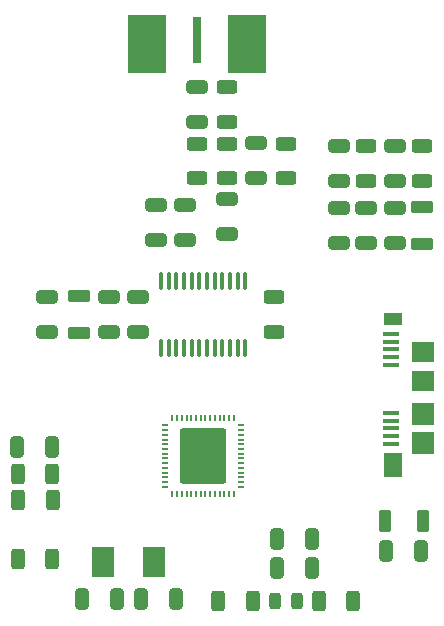
<source format=gbr>
%TF.GenerationSoftware,KiCad,Pcbnew,8.0.3-8.0.3-0~ubuntu22.04.1*%
%TF.CreationDate,2025-01-19T16:45:59+01:00*%
%TF.ProjectId,FT600_RP2040,46543630-305f-4525-9032-3034302e6b69,rev?*%
%TF.SameCoordinates,PX7735940PY61c06a0*%
%TF.FileFunction,Paste,Top*%
%TF.FilePolarity,Positive*%
%FSLAX46Y46*%
G04 Gerber Fmt 4.6, Leading zero omitted, Abs format (unit mm)*
G04 Created by KiCad (PCBNEW 8.0.3-8.0.3-0~ubuntu22.04.1) date 2025-01-19 16:45:59*
%MOMM*%
%LPD*%
G01*
G04 APERTURE LIST*
G04 Aperture macros list*
%AMRoundRect*
0 Rectangle with rounded corners*
0 $1 Rounding radius*
0 $2 $3 $4 $5 $6 $7 $8 $9 X,Y pos of 4 corners*
0 Add a 4 corners polygon primitive as box body*
4,1,4,$2,$3,$4,$5,$6,$7,$8,$9,$2,$3,0*
0 Add four circle primitives for the rounded corners*
1,1,$1+$1,$2,$3*
1,1,$1+$1,$4,$5*
1,1,$1+$1,$6,$7*
1,1,$1+$1,$8,$9*
0 Add four rect primitives between the rounded corners*
20,1,$1+$1,$2,$3,$4,$5,0*
20,1,$1+$1,$4,$5,$6,$7,0*
20,1,$1+$1,$6,$7,$8,$9,0*
20,1,$1+$1,$8,$9,$2,$3,0*%
G04 Aperture macros list end*
%ADD10RoundRect,0.250000X0.325000X0.650000X-0.325000X0.650000X-0.325000X-0.650000X0.325000X-0.650000X0*%
%ADD11R,1.350000X0.400000*%
%ADD12R,1.900000X1.900000*%
%ADD13R,1.900000X1.800000*%
%ADD14R,1.600000X1.000000*%
%ADD15R,1.600000X2.100000*%
%ADD16RoundRect,0.243750X-0.243750X-0.456250X0.243750X-0.456250X0.243750X0.456250X-0.243750X0.456250X0*%
%ADD17RoundRect,0.250000X-0.312500X-0.625000X0.312500X-0.625000X0.312500X0.625000X-0.312500X0.625000X0*%
%ADD18RoundRect,0.250000X0.312500X0.625000X-0.312500X0.625000X-0.312500X-0.625000X0.312500X-0.625000X0*%
%ADD19R,1.900000X2.600000*%
%ADD20RoundRect,0.250000X0.625000X-0.312500X0.625000X0.312500X-0.625000X0.312500X-0.625000X-0.312500X0*%
%ADD21RoundRect,0.250000X0.650000X-0.325000X0.650000X0.325000X-0.650000X0.325000X-0.650000X-0.325000X0*%
%ADD22R,0.700000X4.000000*%
%ADD23R,3.200000X4.900000*%
%ADD24RoundRect,0.093750X-0.156250X-0.031250X0.156250X-0.031250X0.156250X0.031250X-0.156250X0.031250X0*%
%ADD25RoundRect,0.093750X0.031250X-0.156250X0.031250X0.156250X-0.031250X0.156250X-0.031250X-0.156250X0*%
%ADD26RoundRect,0.093750X0.156250X0.031250X-0.156250X0.031250X-0.156250X-0.031250X0.156250X-0.031250X0*%
%ADD27RoundRect,0.093750X-0.031250X0.156250X-0.031250X-0.156250X0.031250X-0.156250X0.031250X0.156250X0*%
%ADD28RoundRect,0.195000X-1.755000X-2.155000X1.755000X-2.155000X1.755000X2.155000X-1.755000X2.155000X0*%
%ADD29RoundRect,0.250000X-0.275000X-0.700000X0.275000X-0.700000X0.275000X0.700000X-0.275000X0.700000X0*%
%ADD30RoundRect,0.250000X-0.325000X-0.650000X0.325000X-0.650000X0.325000X0.650000X-0.325000X0.650000X0*%
%ADD31RoundRect,0.100000X-0.100000X0.637500X-0.100000X-0.637500X0.100000X-0.637500X0.100000X0.637500X0*%
%ADD32RoundRect,0.250000X0.700000X-0.275000X0.700000X0.275000X-0.700000X0.275000X-0.700000X-0.275000X0*%
%ADD33RoundRect,0.250000X-0.625000X0.312500X-0.625000X-0.312500X0.625000X-0.312500X0.625000X0.312500X0*%
%ADD34RoundRect,0.250000X-0.650000X0.325000X-0.650000X-0.325000X0.650000X-0.325000X0.650000X0.325000X0*%
%ADD35RoundRect,0.250000X-0.700000X0.275000X-0.700000X-0.275000X0.700000X-0.275000X0.700000X0.275000X0*%
G04 APERTURE END LIST*
D10*
%TO.C,C5*%
X51975000Y17000000D03*
X49025000Y17000000D03*
%TD*%
D11*
%TO.C,J8*%
X80675000Y17285000D03*
X80675000Y17935000D03*
X80675000Y18585000D03*
X80675000Y19235000D03*
X80675000Y19885000D03*
X80675000Y23985000D03*
X80675000Y24635000D03*
X80675000Y25285000D03*
X80675000Y25935000D03*
X80675000Y26585000D03*
D12*
X83350000Y17385000D03*
X83350000Y19785000D03*
D13*
X83350000Y22585000D03*
X83350000Y25085000D03*
D14*
X80800000Y27835000D03*
D15*
X80800000Y15485000D03*
%TD*%
D16*
%TO.C,D1*%
X70812500Y4000000D03*
X72687500Y4000000D03*
%TD*%
D17*
%TO.C,R12*%
X74537500Y4000000D03*
X77462500Y4000000D03*
%TD*%
D10*
%TO.C,C13*%
X57450000Y4125000D03*
X54500000Y4125000D03*
%TD*%
D18*
%TO.C,R10*%
X52000000Y12500000D03*
X49075000Y12500000D03*
%TD*%
D19*
%TO.C,Y1*%
X56250000Y7300000D03*
X60550000Y7300000D03*
%TD*%
D20*
%TO.C,R1*%
X66750000Y44537500D03*
X66750000Y47462500D03*
%TD*%
D18*
%TO.C,R11*%
X51962500Y7500000D03*
X49037500Y7500000D03*
%TD*%
D20*
%TO.C,R4*%
X66750000Y39787500D03*
X66750000Y42712500D03*
%TD*%
D21*
%TO.C,C9*%
X59250000Y26775000D03*
X59250000Y29725000D03*
%TD*%
%TO.C,C12*%
X60750000Y34525000D03*
X60750000Y37475000D03*
%TD*%
D22*
%TO.C,J7*%
X64250000Y51500000D03*
D23*
X68500000Y51175000D03*
X60000000Y51175000D03*
%TD*%
D20*
%TO.C,R7*%
X70750000Y26787500D03*
X70750000Y29712500D03*
%TD*%
D24*
%TO.C,U2*%
X61500000Y18850000D03*
X61500000Y18450000D03*
X61500000Y18050000D03*
X61500000Y17650000D03*
X61500000Y17250000D03*
X61500000Y16850000D03*
X61500000Y16450000D03*
X61500000Y16050000D03*
X61500000Y15650000D03*
X61500000Y15250000D03*
X61500000Y14850000D03*
X61500000Y14450000D03*
X61500000Y14050000D03*
X61500000Y13650000D03*
D25*
X62150000Y13000000D03*
X62550000Y13000000D03*
X62950000Y13000000D03*
X63350000Y13000000D03*
X63750000Y13000000D03*
X64150000Y13000000D03*
X64550000Y13000000D03*
X64950000Y13000000D03*
X65350000Y13000000D03*
X65750000Y13000000D03*
X66150000Y13000000D03*
X66550000Y13000000D03*
X66950000Y13000000D03*
X67350000Y13000000D03*
D26*
X68000000Y13650000D03*
X68000000Y14050000D03*
X68000000Y14450000D03*
X68000000Y14850000D03*
X68000000Y15250000D03*
X68000000Y15650000D03*
X68000000Y16050000D03*
X68000000Y16450000D03*
X68000000Y16850000D03*
X68000000Y17250000D03*
X68000000Y17650000D03*
X68000000Y18050000D03*
X68000000Y18450000D03*
X68000000Y18850000D03*
D27*
X67350000Y19500000D03*
X66950000Y19500000D03*
X66550000Y19500000D03*
X66150000Y19500000D03*
X65750000Y19500000D03*
X65350000Y19500000D03*
X64950000Y19500000D03*
X64550000Y19500000D03*
X64150000Y19500000D03*
X63750000Y19500000D03*
X63350000Y19500000D03*
X62950000Y19500000D03*
X62550000Y19500000D03*
X62150000Y19500000D03*
D28*
X64750000Y16250000D03*
%TD*%
D29*
%TO.C,FB1*%
X80175000Y10750000D03*
X83325000Y10750000D03*
%TD*%
D18*
%TO.C,R5*%
X68962500Y4000000D03*
X66037500Y4000000D03*
%TD*%
D21*
%TO.C,C10*%
X66750000Y35025000D03*
X66750000Y37975000D03*
%TD*%
D30*
%TO.C,C15*%
X59500000Y4125000D03*
X62450000Y4125000D03*
%TD*%
D21*
%TO.C,C11*%
X56750000Y26775000D03*
X56750000Y29725000D03*
%TD*%
D10*
%TO.C,C16*%
X73975000Y6750000D03*
X71025000Y6750000D03*
%TD*%
%TO.C,C18*%
X73975000Y9250000D03*
X71025000Y9250000D03*
%TD*%
D21*
%TO.C,C17*%
X63250000Y34525000D03*
X63250000Y37475000D03*
%TD*%
D31*
%TO.C,U4*%
X68325000Y31112500D03*
X67675000Y31112500D03*
X67025000Y31112500D03*
X66375000Y31112500D03*
X65725000Y31112500D03*
X65075000Y31112500D03*
X64425000Y31112500D03*
X63775000Y31112500D03*
X63125000Y31112500D03*
X62475000Y31112500D03*
X61825000Y31112500D03*
X61175000Y31112500D03*
X61175000Y25387500D03*
X61825000Y25387500D03*
X62475000Y25387500D03*
X63125000Y25387500D03*
X63775000Y25387500D03*
X64425000Y25387500D03*
X65075000Y25387500D03*
X65725000Y25387500D03*
X66375000Y25387500D03*
X67025000Y25387500D03*
X67675000Y25387500D03*
X68325000Y25387500D03*
%TD*%
D32*
%TO.C,FB3*%
X83250000Y34175000D03*
X83250000Y37325000D03*
%TD*%
D21*
%TO.C,C20*%
X81000000Y39525000D03*
X81000000Y42475000D03*
%TD*%
D33*
%TO.C,R8*%
X78500000Y42462500D03*
X78500000Y39537500D03*
%TD*%
D34*
%TO.C,C6*%
X78500000Y37225000D03*
X78500000Y34275000D03*
%TD*%
D21*
%TO.C,C14*%
X51500000Y26775000D03*
X51500000Y29725000D03*
%TD*%
D33*
%TO.C,R9*%
X83250000Y42462500D03*
X83250000Y39537500D03*
%TD*%
D18*
%TO.C,R6*%
X51962500Y14750000D03*
X49037500Y14750000D03*
%TD*%
D33*
%TO.C,R2*%
X64250000Y42712500D03*
X64250000Y39787500D03*
%TD*%
D34*
%TO.C,C1*%
X64250000Y47475000D03*
X64250000Y44525000D03*
%TD*%
D30*
%TO.C,C21*%
X80275000Y8250000D03*
X83225000Y8250000D03*
%TD*%
D35*
%TO.C,FB2*%
X54250000Y29825000D03*
X54250000Y26675000D03*
%TD*%
D34*
%TO.C,C8*%
X76250000Y37225000D03*
X76250000Y34275000D03*
%TD*%
D33*
%TO.C,R3*%
X71750000Y42712500D03*
X71750000Y39787500D03*
%TD*%
D21*
%TO.C,C19*%
X76250000Y39525000D03*
X76250000Y42475000D03*
%TD*%
%TO.C,C2*%
X69250000Y39775000D03*
X69250000Y42725000D03*
%TD*%
D34*
%TO.C,C7*%
X81000000Y37225000D03*
X81000000Y34275000D03*
%TD*%
M02*

</source>
